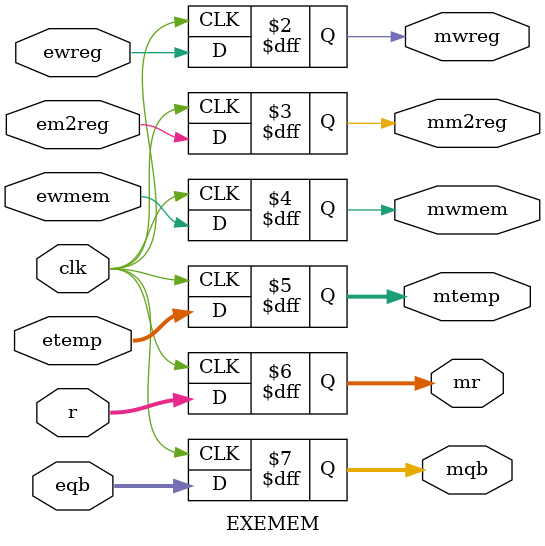
<source format=v>
`timescale 1ns / 1ps


module EXEMEM(clk,ewreg,em2reg,ewmem,etemp,r,eqb,mwreg,mm2reg,mwmem,mtemp,mr,mqb);
    input clk;
    input ewreg;
    input em2reg;
    input ewmem;
    input [4:0] etemp;
    input [31:0] r;
    input [31:0] eqb;
    output reg mwreg;
    output reg mm2reg;
    output reg mwmem;
    output reg [4:0] mtemp;
    output reg [31:0] mr;
    output reg [31:0] mqb;
    always @(posedge clk) begin
    mwreg <= ewreg;
    mm2reg <= em2reg;
    mwmem <= ewmem;
    mtemp <= etemp;
    mr <= r;
    mqb <= eqb;
    end
endmodule

</source>
